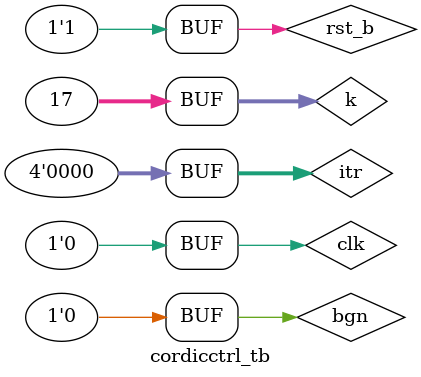
<source format=v>
module cordicctrl(
    input clk, rst_b, bgn,
    input [3:0] itr,
    output reg ld, init, fin
);
    localparam FINISH = 0, WAIT = 1, EXEC = 2;

    reg [1:0] st, st_nxt;

    always @(*)
        case (st) 
            WAIT:   st_nxt = (bgn) ? EXEC : WAIT;
            EXEC:   st_nxt = (itr == 15) ? FINISH : EXEC;
            FINISH: st_nxt = WAIT;
        endcase
    always @(*) begin
        {ld, init, fin} = 'b000; // init all values to zero
        case (st)
            WAIT:   if (bgn) {ld, init} = 'b11;
            EXEC:   ld = 1;
            FINISH: fin = 1;
        endcase
    end
    always @ (posedge clk, negedge rst_b)
        if (!rst_b)     st <= WAIT;
        else            st <= st_nxt;
endmodule

module cordicctrl_tb;
    reg clk, rst_b, bgn; reg [3:0] itr;
    wire ld, init, fin;

    cordicctrl inst0(.clk(clk), .rst_b(rst_b), .bgn(bgn), .itr(itr), .ld(ld), .init(init), .fin(fin));

    localparam CLK_PERIOD = 100, CLK_CYCLES = 17, RST_PULSE = 25;

    initial begin
        clk = 0;
        repeat (CLK_CYCLES*2)
        #(CLK_PERIOD/2) clk = 1 - clk;
    end

    initial begin
        rst_b = 0;
        #(RST_PULSE) rst_b = 1;
    end

    initial begin
        bgn = 1;
        #(CLK_PERIOD);
        bgn = 0;
    end

    integer k;
    initial for (k = 0; k < CLK_CYCLES; k = k + 1) begin
        itr = k;
        #(CLK_PERIOD);
    end
endmodule
</source>
